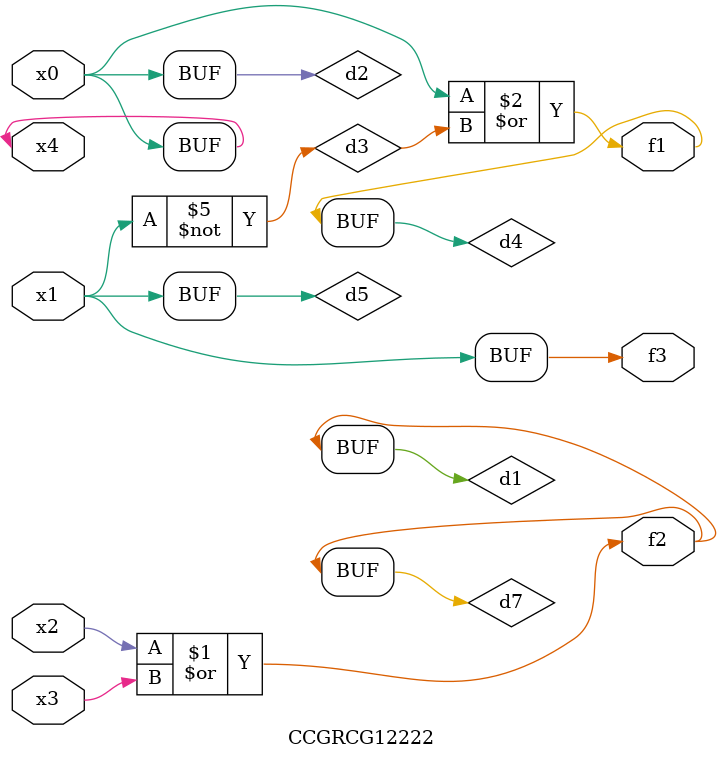
<source format=v>
module CCGRCG12222(
	input x0, x1, x2, x3, x4,
	output f1, f2, f3
);

	wire d1, d2, d3, d4, d5, d6, d7;

	or (d1, x2, x3);
	buf (d2, x0, x4);
	not (d3, x1);
	or (d4, d2, d3);
	not (d5, d3);
	nand (d6, d1, d3);
	or (d7, d1);
	assign f1 = d4;
	assign f2 = d7;
	assign f3 = d5;
endmodule

</source>
